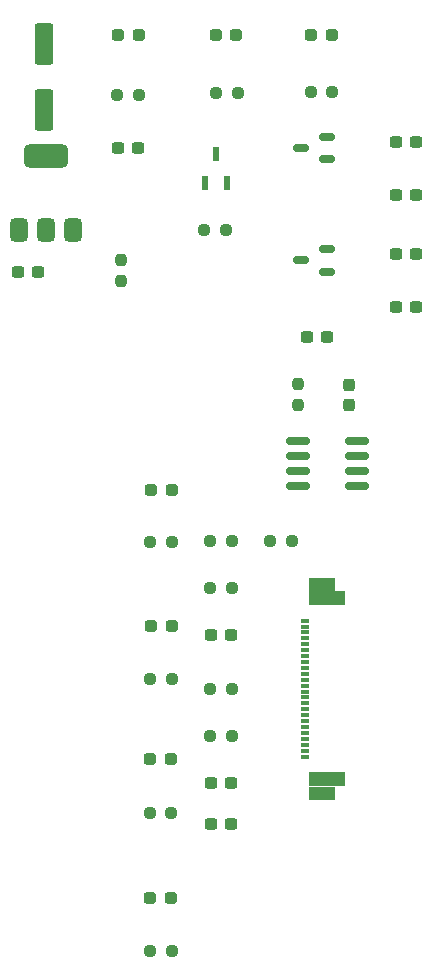
<source format=gbr>
%TF.GenerationSoftware,KiCad,Pcbnew,8.0.5*%
%TF.CreationDate,2024-10-31T16:18:24-07:00*%
%TF.ProjectId,CustomMotorshield,43757374-6f6d-44d6-9f74-6f7273686965,rev?*%
%TF.SameCoordinates,Original*%
%TF.FileFunction,Paste,Top*%
%TF.FilePolarity,Positive*%
%FSLAX46Y46*%
G04 Gerber Fmt 4.6, Leading zero omitted, Abs format (unit mm)*
G04 Created by KiCad (PCBNEW 8.0.5) date 2024-10-31 16:18:24*
%MOMM*%
%LPD*%
G01*
G04 APERTURE LIST*
G04 Aperture macros list*
%AMRoundRect*
0 Rectangle with rounded corners*
0 $1 Rounding radius*
0 $2 $3 $4 $5 $6 $7 $8 $9 X,Y pos of 4 corners*
0 Add a 4 corners polygon primitive as box body*
4,1,4,$2,$3,$4,$5,$6,$7,$8,$9,$2,$3,0*
0 Add four circle primitives for the rounded corners*
1,1,$1+$1,$2,$3*
1,1,$1+$1,$4,$5*
1,1,$1+$1,$6,$7*
1,1,$1+$1,$8,$9*
0 Add four rect primitives between the rounded corners*
20,1,$1+$1,$2,$3,$4,$5,0*
20,1,$1+$1,$4,$5,$6,$7,0*
20,1,$1+$1,$6,$7,$8,$9,0*
20,1,$1+$1,$8,$9,$2,$3,0*%
G04 Aperture macros list end*
%ADD10C,0.000000*%
%ADD11RoundRect,0.250000X0.550000X-1.500000X0.550000X1.500000X-0.550000X1.500000X-0.550000X-1.500000X0*%
%ADD12R,0.609600X1.168400*%
%ADD13R,0.800000X0.300000*%
%ADD14R,3.049999X1.300000*%
%ADD15RoundRect,0.150000X-0.825000X-0.150000X0.825000X-0.150000X0.825000X0.150000X-0.825000X0.150000X0*%
%ADD16RoundRect,0.375000X0.375000X-0.625000X0.375000X0.625000X-0.375000X0.625000X-0.375000X-0.625000X0*%
%ADD17RoundRect,0.500000X1.400000X-0.500000X1.400000X0.500000X-1.400000X0.500000X-1.400000X-0.500000X0*%
%ADD18RoundRect,0.150000X0.512500X0.150000X-0.512500X0.150000X-0.512500X-0.150000X0.512500X-0.150000X0*%
%ADD19RoundRect,0.237500X-0.250000X-0.237500X0.250000X-0.237500X0.250000X0.237500X-0.250000X0.237500X0*%
%ADD20RoundRect,0.237500X0.250000X0.237500X-0.250000X0.237500X-0.250000X-0.237500X0.250000X-0.237500X0*%
%ADD21RoundRect,0.237500X0.237500X-0.250000X0.237500X0.250000X-0.237500X0.250000X-0.237500X-0.250000X0*%
%ADD22RoundRect,0.237500X-0.237500X0.250000X-0.237500X-0.250000X0.237500X-0.250000X0.237500X0.250000X0*%
%ADD23RoundRect,0.237500X-0.237500X0.300000X-0.237500X-0.300000X0.237500X-0.300000X0.237500X0.300000X0*%
%ADD24RoundRect,0.237500X0.300000X0.237500X-0.300000X0.237500X-0.300000X-0.237500X0.300000X-0.237500X0*%
%ADD25RoundRect,0.237500X-0.300000X-0.237500X0.300000X-0.237500X0.300000X0.237500X-0.300000X0.237500X0*%
%ADD26RoundRect,0.237500X-0.287500X-0.237500X0.287500X-0.237500X0.287500X0.237500X-0.287500X0.237500X0*%
%ADD27RoundRect,0.237500X0.287500X0.237500X-0.287500X0.237500X-0.287500X-0.237500X0.287500X-0.237500X0*%
G04 APERTURE END LIST*
D10*
%TO.C,J3*%
G36*
X92675000Y-135900000D02*
G01*
X90475000Y-135900000D01*
X90475000Y-134800000D01*
X92675000Y-134800000D01*
X92675000Y-135900000D01*
G37*
G36*
X92675000Y-118200000D02*
G01*
X90475000Y-118200000D01*
X90475000Y-117100000D01*
X92675000Y-117100000D01*
X92675000Y-118200000D01*
G37*
%TD*%
D11*
%TO.C,C8*%
X68000000Y-77500000D03*
X68000000Y-71900000D03*
%TD*%
D12*
%TO.C,Q1*%
X81599998Y-83700000D03*
X83500000Y-83700000D03*
X82549999Y-81210800D03*
%TD*%
D13*
%TO.C,J3*%
X90075000Y-132249988D03*
X90075000Y-131749990D03*
X90075000Y-131249988D03*
X90075000Y-130749989D03*
X90075000Y-130249987D03*
X90075000Y-129749988D03*
X90075000Y-129249989D03*
X90075000Y-128749988D03*
X90075000Y-128249989D03*
X90075000Y-127749987D03*
X90075000Y-127249988D03*
X90075000Y-126749989D03*
X90075000Y-126249988D03*
X90075000Y-125749989D03*
X90075000Y-125249987D03*
X90075000Y-124749988D03*
X90075000Y-124249989D03*
X90075000Y-123749988D03*
X90075000Y-123249989D03*
X90075000Y-122749990D03*
X90075000Y-122249988D03*
X90075000Y-121749989D03*
X90075000Y-121249988D03*
X90075000Y-120749989D03*
D14*
X92000000Y-134149989D03*
X92000000Y-118850011D03*
%TD*%
D15*
%TO.C,U4*%
X89550000Y-105500000D03*
X89550000Y-106770000D03*
X89550000Y-108040000D03*
X89550000Y-109310000D03*
X94500000Y-109310000D03*
X94500000Y-108040000D03*
X94500000Y-106770000D03*
X94500000Y-105500000D03*
%TD*%
D16*
%TO.C,U3*%
X70500000Y-87700000D03*
D17*
X68200000Y-81400000D03*
D16*
X68200000Y-87700000D03*
X65900000Y-87700000D03*
%TD*%
D18*
%TO.C,U2*%
X89725000Y-90250000D03*
X92000000Y-89300000D03*
X92000000Y-91200000D03*
%TD*%
%TO.C,U1*%
X89725000Y-80750000D03*
X92000000Y-79800000D03*
X92000000Y-81700000D03*
%TD*%
D19*
%TO.C,R15*%
X89000000Y-114000000D03*
X87175000Y-114000000D03*
%TD*%
D20*
%TO.C,R14*%
X82087500Y-130500000D03*
X83912500Y-130500000D03*
%TD*%
D21*
%TO.C,R13*%
X89500000Y-102500000D03*
X89500000Y-100675000D03*
%TD*%
D20*
%TO.C,R12*%
X83912500Y-114000000D03*
X82087500Y-114000000D03*
%TD*%
%TO.C,R11*%
X83912500Y-118000000D03*
X82087500Y-118000000D03*
%TD*%
%TO.C,R10*%
X83912500Y-126500000D03*
X82087500Y-126500000D03*
%TD*%
D22*
%TO.C,R9*%
X74500000Y-92025000D03*
X74500000Y-90200000D03*
%TD*%
D20*
%TO.C,R8*%
X81587500Y-87700000D03*
X83412500Y-87700000D03*
%TD*%
D19*
%TO.C,R7*%
X92412500Y-75980000D03*
X90587500Y-75980000D03*
%TD*%
%TO.C,R6*%
X84400000Y-76090000D03*
X82575000Y-76090000D03*
%TD*%
%TO.C,R5*%
X76012500Y-76200000D03*
X74187500Y-76200000D03*
%TD*%
D20*
%TO.C,R4*%
X78825000Y-114050000D03*
X77000000Y-114050000D03*
%TD*%
%TO.C,R3*%
X77000000Y-125660000D03*
X78825000Y-125660000D03*
%TD*%
%TO.C,R2*%
X76962500Y-137000000D03*
X78787500Y-137000000D03*
%TD*%
%TO.C,R1*%
X77000000Y-148720000D03*
X78825000Y-148720000D03*
%TD*%
D23*
%TO.C,C12*%
X93862500Y-102500000D03*
X93862500Y-100775000D03*
%TD*%
D24*
%TO.C,C11*%
X82137500Y-122000000D03*
X83862500Y-122000000D03*
%TD*%
D25*
%TO.C,C10*%
X90275000Y-96700000D03*
X92000000Y-96700000D03*
%TD*%
%TO.C,C9*%
X76000000Y-80700000D03*
X74275000Y-80700000D03*
%TD*%
D24*
%TO.C,C7*%
X65775000Y-91200000D03*
X67500000Y-91200000D03*
%TD*%
D25*
%TO.C,C6*%
X99500000Y-94200000D03*
X97775000Y-94200000D03*
%TD*%
%TO.C,C5*%
X99500000Y-89700000D03*
X97775000Y-89700000D03*
%TD*%
%TO.C,C4*%
X99500000Y-84700000D03*
X97775000Y-84700000D03*
%TD*%
%TO.C,C3*%
X97775000Y-80200000D03*
X99500000Y-80200000D03*
%TD*%
D24*
%TO.C,C2*%
X82137500Y-134500000D03*
X83862500Y-134500000D03*
%TD*%
%TO.C,C1*%
X83862500Y-138000000D03*
X82137500Y-138000000D03*
%TD*%
D26*
%TO.C,D7*%
X92375000Y-71200000D03*
X90625000Y-71200000D03*
%TD*%
%TO.C,D6*%
X84300000Y-71200000D03*
X82550000Y-71200000D03*
%TD*%
D27*
%TO.C,D4*%
X78850000Y-109720000D03*
X77100000Y-109720000D03*
%TD*%
%TO.C,D1*%
X77000000Y-144220000D03*
X78750000Y-144220000D03*
%TD*%
%TO.C,D3*%
X77100000Y-121220000D03*
X78850000Y-121220000D03*
%TD*%
%TO.C,D2*%
X77000000Y-132500000D03*
X78750000Y-132500000D03*
%TD*%
D26*
%TO.C,D5*%
X76037500Y-71200000D03*
X74287500Y-71200000D03*
%TD*%
M02*

</source>
